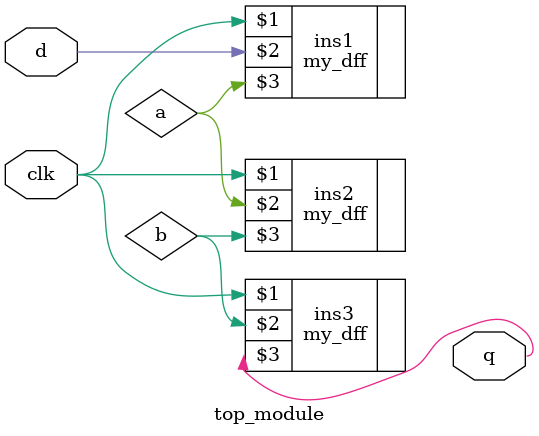
<source format=v>

module top_module ( input clk, input d, output q );
    wire a,b;
    my_dff ins1(clk,d,a);
    my_dff ins2(clk,a,b);
    my_dff ins3(clk,b,q);

endmodule

</source>
